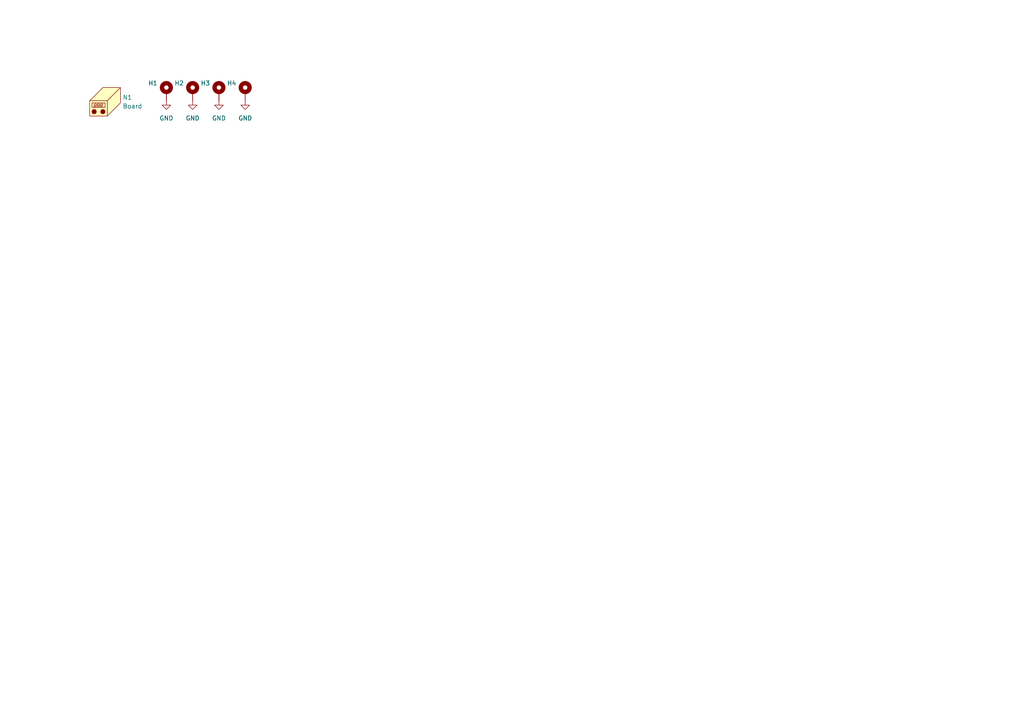
<source format=kicad_sch>
(kicad_sch (version 20250114) (generator "eeschema") (generator_version "9.0")
  (paper "A4")
  (title_block (title "Tanmatsu frontpanel: cyberdeck") (date "2025-01-04") (rev "1") (company "Nicolai Electronics") (comment 1 "Copyright 2024 Nicolai Electronics") (comment 2 "License: CERN-OHL-P"))
  (lib_symbols
    (symbol "Mechanical:Housing" (pin_names (offset 1.016))
      (property "Reference" "N" (at 3.81 0 0))
      (property "Value" "Housing" (at 3.81 -1.905 0))
      (symbol "Housing_0_1"
        (polyline (pts (xy -5.715 0) (xy -0.635 0) (xy 3.175 3.81)))
        (polyline (pts (xy -5.715 0) (xy -5.715 -4.445) (xy -0.635 -4.445) (xy 3.175 -0.635) (xy 3.175 3.81) (xy -1.905 3.81) (xy -5.715 0)) (fill (type background)))
        (rectangle (start -5.08 -0.635) (end -1.27 -1.905))
        (polyline (pts (xy -4.5212 -1.5748) (xy -4.4704 -1.3716)))
        (circle (center -4.445 -3.175) (radius 0.635) (fill (type outline)))
        (polyline (pts (xy -4.4196 -1.2192) (xy -4.3688 -0.9652)))
        (polyline (pts (xy -4.4196 -1.6764) (xy -4.064 -1.6764)))
        (polyline (pts (xy -4.318 -1.3208) (xy -4.0132 -1.3208)))
        (polyline (pts (xy -4.2164 -0.9144) (xy -3.9116 -0.9144)))
        (polyline (pts (xy -3.9116 -1.6256) (xy -3.8608 -1.3716)))
        (polyline (pts (xy -3.81 -1.2192) (xy -3.7592 -0.9652)))
        (polyline (pts (xy -3.6068 -1.5748) (xy -3.556 -1.3716)))
        (polyline (pts (xy -3.5052 -1.2192) (xy -3.4544 -0.9652)))
        (polyline (pts (xy -3.5052 -1.6764) (xy -3.1496 -1.6764)))
        (polyline (pts (xy -3.4036 -1.3208) (xy -3.0988 -1.3208)))
        (polyline (pts (xy -3.302 -0.9144) (xy -2.9972 -0.9144)))
        (polyline (pts (xy -2.9972 -1.6256) (xy -2.9464 -1.3716)))
        (polyline (pts (xy -2.8956 -1.2192) (xy -2.8448 -0.9652)))
        (polyline (pts (xy -2.6924 -1.5748) (xy -2.6416 -1.3716)))
        (polyline (pts (xy -2.5908 -1.2192) (xy -2.54 -0.9652)))
        (polyline (pts (xy -2.5908 -1.6764) (xy -2.2352 -1.6764)))
        (polyline (pts (xy -2.4892 -1.3208) (xy -2.1844 -1.3208)))
        (polyline (pts (xy -2.3876 -0.9144) (xy -2.0828 -0.9144)))
        (polyline (pts (xy -2.0828 -1.6256) (xy -2.032 -1.3716)))
        (polyline (pts (xy -1.9812 -1.2192) (xy -1.9304 -0.9652)))
        (circle (center -1.905 -3.175) (radius 0.635) (fill (type outline)))
        (polyline (pts (xy -0.635 0) (xy -0.635 -4.445)))
      )
    )
    (symbol "Mechanical:MountingHole_Pad" (pin_numbers (hide yes)) (pin_names (offset 1.016) (hide yes)) (exclude_from_sim yes) (in_bom no)
      (property "Reference" "H" (at 0 6.35 0))
      (property "Value" "MountingHole_Pad" (at 0 4.445 0))
      (symbol "MountingHole_Pad_0_1"
        (circle (center 0 1.27) (radius 1.27) (stroke (width 1.27)))
      )
      (symbol "MountingHole_Pad_1_1"
        (pin input line (at 0 -2.54 90) (length 2.54) (name "1") (number "1"))
      )
    )
    (symbol "power:GND" (power) (pin_numbers (hide yes)) (pin_names (offset 0) (hide yes))
      (property "Value" "GND" (at 0 -3.81 0))
      (symbol "GND_0_1"
        (polyline (pts (xy 0 0) (xy 0 -1.27) (xy 1.27 -1.27) (xy 0 -2.54) (xy -1.27 -1.27) (xy 0 -1.27)))
      )
      (symbol "GND_1_1"
        (pin power_in line (at 0 0 270) (length 0) (name "~") (number "1"))
      )
    )
  )
  (symbol (lib_id "Mechanical:MountingHole_Pad") (at 71.12 26.67 0) (mirror y) (unit 1)
    (property "Reference" "H4" (at 68.58 24.1299 0) (effects (justify left)))
    (property "Value" "Mounting hole" (effects (hide yes)))
    (property "Footprint" "design:MountingHole_2.1mm_pad" (effects (hide yes)))
    (property "Description" "Mounting Hole with connection" (effects (hide yes)))
    (property "LCSC" "-" (effects (hide yes)))
  )
  (symbol (lib_id "power:GND") (at 63.5 29.21 0) (unit 1)
    (property "Reference" "#PWR03" (effects (hide yes)))
    (property "Value" "GND" (at 63.5 34.29 0))
    (property "Description" "Power symbol creates a global label with name \"GND\" , ground" (effects (hide yes)))
  )
  (symbol (lib_id "Mechanical:MountingHole_Pad") (at 55.88 26.67 0) (mirror y) (unit 1)
    (property "Reference" "H2" (at 53.34 24.1299 0) (effects (justify left)))
    (property "Value" "Mounting hole" (effects (hide yes)))
    (property "Footprint" "design:MountingHole_2.1mm_pad" (effects (hide yes)))
    (property "Description" "Mounting Hole with connection" (effects (hide yes)))
    (property "LCSC" "-" (effects (hide yes)))
  )
  (symbol (lib_id "power:GND") (at 55.88 29.21 0) (unit 1)
    (property "Reference" "#PWR02" (effects (hide yes)))
    (property "Value" "GND" (at 55.88 34.29 0))
    (property "Description" "Power symbol creates a global label with name \"GND\" , ground" (effects (hide yes)))
  )
  (symbol (lib_id "Mechanical:MountingHole_Pad") (at 63.5 26.67 0) (mirror y) (unit 1)
    (property "Reference" "H3" (at 60.96 24.1299 0) (effects (justify left)))
    (property "Value" "Mounting hole" (effects (hide yes)))
    (property "Footprint" "design:MountingHole_2.1mm_pad" (effects (hide yes)))
    (property "Description" "Mounting Hole with connection" (effects (hide yes)))
    (property "LCSC" "-" (effects (hide yes)))
  )
  (symbol (lib_id "Mechanical:Housing") (at 31.75 29.21 0) (unit 1) (in_bom no)
    (property "Reference" "N1" (at 35.56 28.2574 0) (effects (justify left)))
    (property "Value" "Board" (at 35.56 30.7974 0) (effects (justify left)))
    (property "Footprint" "design:frontpanel_cyberdeck" (effects (hide yes)))
    (property "Datasheet" "-" (effects (hide yes)))
    (property "Description" "Board" (effects (hide yes)))
    (property "LCSC" "-" (effects (hide yes)))
  )
  (symbol (lib_id "Mechanical:MountingHole_Pad") (at 48.26 26.67 0) (mirror y) (unit 1)
    (property "Reference" "H1" (at 45.72 24.13 0) (effects (justify left)))
    (property "Value" "Mounting hole" (effects (hide yes)))
    (property "Footprint" "design:MountingHole_2.1mm_pad" (effects (hide yes)))
    (property "Description" "Mounting Hole with connection" (effects (hide yes)))
    (property "LCSC" "-" (effects (hide yes)))
  )
  (symbol (lib_id "power:GND") (at 71.12 29.21 0) (unit 1)
    (property "Reference" "#PWR04" (effects (hide yes)))
    (property "Value" "GND" (at 71.12 34.29 0))
    (property "Description" "Power symbol creates a global label with name \"GND\" , ground" (effects (hide yes)))
  )
  (symbol (lib_id "power:GND") (at 48.26 29.21 0) (unit 1)
    (property "Reference" "#PWR01" (effects (hide yes)))
    (property "Value" "GND" (at 48.26 34.29 0))
    (property "Description" "Power symbol creates a global label with name \"GND\" , ground" (effects (hide yes)))
  )
)
</source>
